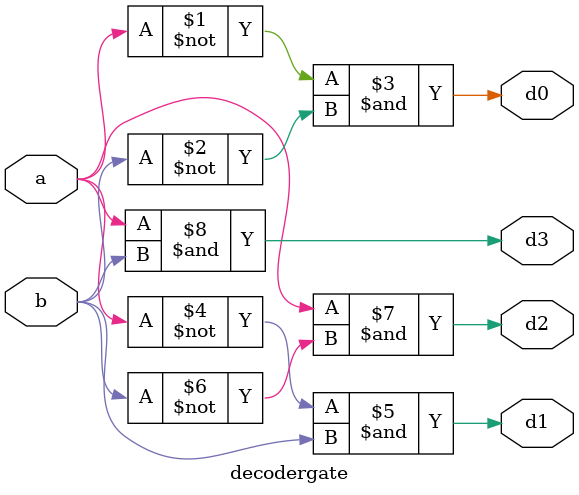
<source format=v>
module testbench;
reg a,b;
wire d0,d1,d2,d3;
decodergate DE2(.a(a),.b(b),.d0(d0),.d1(d1),.d2(d2),.d3(d3));
initial
begin
a=1'b0; b=1'b0; 
#1000 a=1'b1; b=1'b0; 
#1000  a=1'b0; b=1'b1; 
#1000 a=1'b1; b=1'b1; 
end
endmodule
module decodergate(d0,d1,d2,d3,a,b);
	input a,b;
	output d0,d1,d2,d3;
	assign d0=(~a)&(~b);
   assign d1=(~a)&(b);
	assign d2=(a)&(~b);
	assign d3=a&b;
	
	
endmodule

</source>
